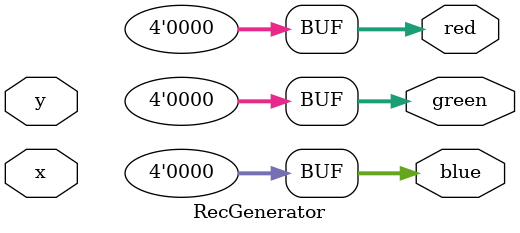
<source format=v>
`timescale 1ns / 1ps
module RecGenerator(input [10:0] x, input [9:0] y, output [3:0] red,output [3:0] green,output [3:0] blue);
	 parameter XPOS = 100;
	 parameter YPOS = 100;
	 parameter WIDTH = 100;	 
	 parameter HEIGHT = 100;
	 parameter RVAL = 0;
	 parameter GVAL = 0;
	 parameter BVAL = 0;
	  
	 assign red = (XPOS < x) && (XPOS+WIDTH > x ) && (YPOS < y) && (YPOS+HEIGHT > y ) ? RVAL : 0;
	 
	 assign green = (XPOS < x) && (XPOS+WIDTH > x ) && (YPOS < y) && (YPOS+HEIGHT > y ) ? GVAL : 0;
	 
	 assign blue = (XPOS < x) && (XPOS+WIDTH > x ) && (YPOS < y) && (YPOS+HEIGHT > y ) ? BVAL : 0;
	 
endmodule

</source>
